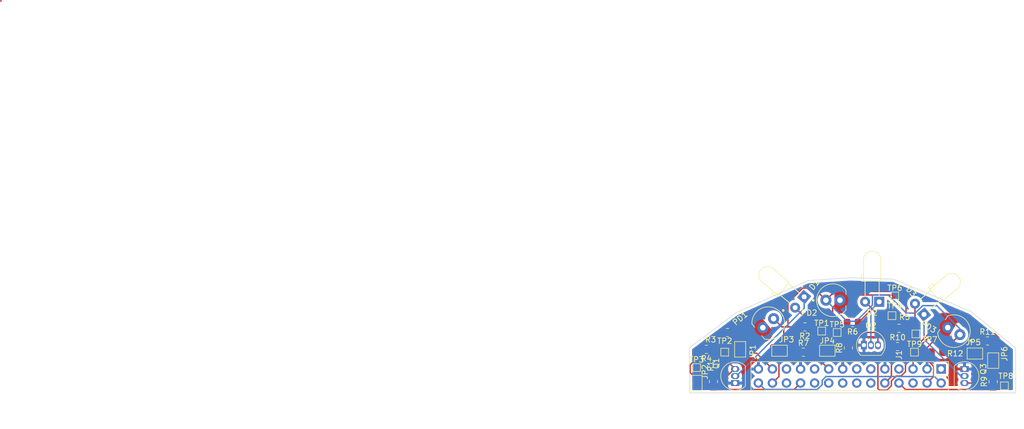
<source format=kicad_pcb>
(kicad_pcb (version 20211014) (generator pcbnew)
  (title_block (title "Sensor circuit  ") (date "2024-03-23") (comment 3 "LTSONK001") (comment 4 "Author: Onkgopotse Letsoalo"))
  (layers (0 "F.Cu" signal) (31 "B.Cu" signal) (34 "B.Paste" user) (35 "F.Paste" user) (36 "B.SilkS" user "B.Silkscreen") (37 "F.SilkS" user "F.Silkscreen") (38 "B.Mask" user) (39 "F.Mask" user) (44 "Edge.Cuts" user))
  (net 0 "")
  (net 1 "BATT")
  (net 2 "GND")
  (net 3 "Net-(Q1-Pad3)")
  (net 4 "/PE8")
  (net 6 "+3V3")
  (net 7 "/PA3")
  (net 9 "/PA4")
  (net 10 "/PE15")
  (net 11 "/PE14")
  (net 12 "/PA5")
  (net 13 "/PE13")
  (net 14 "/PA6")
  (net 15 "/PE12")
  (net 16 "/PE11")
  (net 17 "/PA7")
  (net 18 "/PE10")
  (net 19 "/PC4")
  (net 20 "/PE9")
  (net 21 "/PC5")
  (net 23 "/AB0")
  (net 24 "Net-(JP1-Pad2)")
  (net 25 "Net-(JP2-Pad2)")
  (net 26 "Net-(JP3-Pad2)")
  (net 27 "Net-(JP4-Pad2)")
  (net 28 "Net-(JP5-Pad2)")
  (net 29 "Net-(JP6-Pad2)")
  (net 30 "Net-(Q2-Pad3)")
  (net 31 "Net-(D1-Pad2)")
  (net 32 "Net-(D1-Pad1)")
  (net 33 "Net-(D2-Pad2)")
  (net 34 "Net-(D2-Pad1)")
  (net 35 "Net-(D3-Pad1)")
  (net 36 "Net-(D3-Pad2)")
  (net 37 "Net-(Q3-Pad3)")
  (footprint "Package_TO_SOT_THT:TO-92_Inline" (layer "F.Cu") (at 155.956 93.218)
    (fp_text reference "Q2" (at 1.27 -3.56) (layer "F.SilkS"))
    (fp_text value "MMBT2222A ")
    (pad "1" thru_hole rect (at 0 0) (size 1.05 1.5) (drill 0.75) (layers *.Cu *.Mask) (net 2 "GND"))
    (pad "2" thru_hole oval (at 1.27 0) (size 1.05 1.5) (drill 0.75) (layers *.Cu *.Mask) (net 34 "Net-(D2-Pad1)"))
    (pad "3" thru_hole oval (at 2.54 0) (size 1.05 1.5) (drill 0.75) (layers *.Cu *.Mask) (net 30 "Net-(Q2-Pad3)"))
  )
  (footprint "TestPoint:TestPoint_Pad_1.0x1.0mm" (layer "F.Cu") (at 130.81 94.488)
    (fp_text reference "TP2" (at 0 -2.032) (layer "F.SilkS"))
    (fp_text value "TestPoint")
    (pad "1" smd rect (at 0 0) (size 1 1) (layers "F.Cu" "F.Mask") (net 3 "Net-(Q1-Pad3)"))
  )
  (footprint "TestPoint:TestPoint_Pad_1.0x1.0mm" (layer "F.Cu") (at 161.544 84.328)
    (fp_text reference "TP6" (at 0 -1.448) (layer "F.SilkS"))
    (fp_text value "TestPoint")
    (pad "1" smd rect (at 0 0) (size 1 1) (layers "F.Cu" "F.Mask") (net 17 "/PA7"))
  )
  (footprint "Resistor_SMD:R_0805_2012Metric_Pad1.20x1.40mm_HandSolder" (layer "F.Cu") (at 179.324 99.822 90)
    (fp_text reference "R9" (at 0 -1.65 90) (layer "F.SilkS"))
    (fp_text value "100 ")
    (pad "1" smd roundrect (at -1 0 90) (size 1.2 1.4) (layers "F.Cu" "F.Paste" "F.Mask") (roundrect_rratio 0.2083333333) (net 10 "/PE15"))
    (pad "2" smd roundrect (at 1 0 90) (size 1.2 1.4) (layers "F.Cu" "F.Paste" "F.Mask") (roundrect_rratio 0.2083333333) (net 37 "Net-(Q3-Pad3)"))
  )
  (footprint "Resistor_SMD:R_0805_2012Metric_Pad1.20x1.40mm_HandSolder" (layer "F.Cu") (at 153.924 89.154 180)
    (fp_text reference "R6" (at 0 -1.65 180) (layer "F.SilkS"))
    (fp_text value "22")
    (pad "1" smd roundrect (at -1 0 180) (size 1.2 1.4) (layers "F.Cu" "F.Paste" "F.Mask") (roundrect_rratio 0.2083333333) (net 33 "Net-(D2-Pad2)"))
    (pad "2" smd roundrect (at 1 0 180) (size 1.2 1.4) (layers "F.Cu" "F.Paste" "F.Mask") (roundrect_rratio 0.2083333333) (net 1 "BATT"))
  )
  (footprint "Jumper:SolderJumper-2_P1.3mm_Open_TrianglePad1.0x1.5mm" (layer "F.Cu") (at 140.716 94.234)
    (fp_text reference "JP3" (at 1.27 -2.032) (layer "F.SilkS"))
    (fp_text value "SolderJumper_2_Open")
    (pad "1" smd custom (at -0.725 0) (size 0.3 0.3) (layers "F.Cu" "F.Mask") (net 17 "/PA7") (options (clearance outline) (anchor rect)) (primitives (gr_poly (pts (xy 1 0) (xy 0.5 0.75) (xy -0.5 0.75) (xy -0.5 -0.75) (xy 0.5 -0.75)) (width 0) (fill yes))))
    (pad "2" smd custom (at 0.725 0) (size 0.3 0.3) (layers "F.Cu" "F.Mask") (net 26 "Net-(JP3-Pad2)") (options (clearance outline) (anchor rect)) (primitives (gr_poly (pts (xy 0.5 0.75) (xy -0.65 0.75) (xy -0.15 0) (xy -0.65 -0.75) (xy 0.5 -0.75)) (width 0) (fill yes))))
  )
  (footprint "Resistor_SMD:R_0805_2012Metric_Pad1.20x1.40mm_HandSolder" (layer "F.Cu") (at 131.318 90.932 180)
    (fp_text reference "R3" (at 3.048 -1.27 180) (layer "F.SilkS"))
    (fp_text value "220k")
    (pad "1" smd roundrect (at -1 0 180) (size 1.2 1.4) (layers "F.Cu" "F.Paste" "F.Mask") (roundrect_rratio 0.2083333333) (net 24 "Net-(JP1-Pad2)"))
    (pad "2" smd roundrect (at 1 0 180) (size 1.2 1.4) (layers "F.Cu" "F.Paste" "F.Mask") (roundrect_rratio 0.2083333333) (net 2 "GND"))
  )
  (footprint "Package_TO_SOT_THT:TO-92_Inline" (layer "F.Cu") (at 132.694 100.076 90)
    (fp_text reference "Q1" (at 3.556 -3.408 90) (layer "F.SilkS"))
    (fp_text value "MMBT2222A ")
    (pad "1" thru_hole rect (at 0 0 90) (size 1.05 1.5) (drill 0.75) (layers *.Cu *.Mask) (net 2 "GND"))
    (pad "2" thru_hole oval (at 1.27 0 90) (size 1.05 1.5) (drill 0.75) (layers *.Cu *.Mask) (net 32 "Net-(D1-Pad1)"))
    (pad "3" thru_hole oval (at 2.54 0 90) (size 1.05 1.5) (drill 0.75) (layers *.Cu *.Mask) (net 3 "Net-(Q1-Pad3)"))
  )
  (footprint "SFH_213_FA:XDCR_SFH_213_FA" (layer "F.Cu") (at 172.212 90.678 150)
    (fp_text reference "PD3" (at 4.340468 -1.626089 150) (layer "F.SilkS"))
    (fp_text value "SFH213 FA")
    (fp_poly (pts (xy 0.27 -0.06) (xy 0.27 -1.79) (xy 0.325 -1.839) (xy 0.37 -1.876) (xy 0.416 -1.912) (xy 0.462 -1.948) (xy 0.51 -1.982) (xy 0.558 -2.014) (xy 0.608 -2.046) (xy 0.657 -2.076) (xy 0.708 -2.105) (xy 0.76 -2.133) (xy 0.812 -2.16) (xy 0.864 -2.185) (xy 0.918 -2.209) (xy 0.972 -2.231) (xy 1.026 -2.252) (xy 1.081 -2.272) (xy 1.137 -2.29) (xy 1.193 -2.307) (xy 1.249 -2.323) (xy 1.306 -2.337) (xy 1.363 -2.35) (xy 1.42 -2.361) (xy 1.478 -2.371) (xy 1.535 -2.38) (xy 1.593 -2.387) (xy 1.652 -2.392) (xy 1.71 -2.396) (xy 1.768 -2.399) (xy 1.827 -2.4) (xy 1.87 -2.4) (xy 1.895 -2.4) (xy 2.028 -2.394) (xy 2.152 -2.383) (xy 2.275 -2.364) (xy 2.398 -2.34) (xy 2.519 -2.309) (xy 2.638 -2.272) (xy 2.755 -2.229) (xy 2.869 -2.179) (xy 2.981 -2.124) (xy 3.09 -2.063) (xy 3.195 -1.997) (xy 3.297 -1.925) (xy 3.396 -1.848) (xy 3.49 -1.766) (xy 3.579 -1.68) (xy 3.664 -1.589) (xy 3.745 -1.493) (xy 3.82 -1.394) (xy 3.89 -1.29) (xy 3.954 -1.184) (xy 4.013 -1.074) (xy 4.066 -0.961) (xy 4.114 -0.846) (xy 4.155 -0.728) (xy 4.19 -0.608) (xy 4.219 -0.487) (xy 4.241 -0.364) (xy 4.257 -0.241) (xy 4.267 -0.116) (xy 4.27 0) (xy 4.267 0.116) (xy 4.257 0.241) (xy 4.241 0.364) (xy 4.219 0.487) (xy 4.19 0.608) (xy 4.155 0.728) (xy 4.114 0.846) (xy 4.066 0.961) (xy 4.013 1.074) (xy 3.954 1.184) (xy 3.89 1.29) (xy 3.82 1.394) (xy 3.745 1.493) (xy 3.664 1.589) (xy 3.579 1.68) (xy 3.49 1.766) (xy 3.396 1.848) (xy 3.297 1.925) (xy 3.195 1.997) (xy 3.09 2.063) (xy 2.981 2.124) (xy 2.869 2.179) (xy 2.755 2.229) (xy 2.638 2.272) (xy 2.519 2.309) (xy 2.398 2.34) (xy 2.275 2.364) (xy 2.152 2.383) (xy 2.028 2.394) (xy 1.895 2.4) (xy 1.795 2.4) (xy 1.87 2.4) (xy 1.827 2.4) (xy 1.768 2.399) (xy 1.71 2.396) (xy 1.652 2.392) (xy 1.593 2.387) (xy 1.535 2.38) (xy 1.478 2.371) (xy 1.42 2.361) (xy 1.363 2.35) (xy 1.306 2.337) (xy 1.249 2.323) (xy 1.193 2.307) (xy 1.137 2.29) (xy 1.081 2.272) (xy 1.026 2.252) (xy 0.972 2.231) (xy 0.918 2.209) (xy 0.864 2.185) (xy 0.812 2.16) (xy 0.76 2.133) (xy 0.708 2.105) (xy 0.657 2.076) (xy 0.608 2.046) (xy 0.558 2.014) (xy 0.51 1.982) (xy 0.462 1.948) (xy 0.416 1.912) (xy 0.37 1.876) (xy 0.325 1.839) (xy 0.27 1.79) (xy 0.27 -0.06)) (layer "F.Cu") (width 0.001) (fill solid))
    (pad "1" thru_hole circle locked (at -1.27 0 150) (size 2 2) (drill 1) (layers *.Cu) (net 1 "BATT"))
    (pad "2" thru_hole circle locked (at 1.27 0 150) (size 2 2) (drill 1) (layers *.Cu) (net 7 "/PA3"))
  )
  (footprint "Resistor_SMD:R_0805_2012Metric_Pad1.20x1.40mm_HandSolder" (layer "F.Cu") (at 162.306 90.17)
    (fp_text reference "R5" (at 1.016 -2.032) (layer "F.SilkS"))
    (fp_text value "100 ")
    (pad "1" smd roundrect (at -1 0) (size 1.2 1.4) (layers "F.Cu" "F.Paste" "F.Mask") (roundrect_rratio 0.2083333333) (net 11 "/PE14"))
    (pad "2" smd roundrect (at 1 0) (size 1.2 1.4) (layers "F.Cu" "F.Paste" "F.Mask") (roundrect_rratio 0.2083333333) (net 30 "Net-(Q2-Pad3)"))
  )
  (footprint "Resistor_SMD:R_0805_2012Metric_Pad1.20x1.40mm_HandSolder" (layer "F.Cu") (at 127.508 93.98 180)
    (fp_text reference "R4" (at 0 -1.65) (layer "F.SilkS"))
    (fp_text value "1.8k")
    (pad "1" smd roundrect (at -1 0 180) (size 1.2 1.4) (layers "F.Cu" "F.Paste" "F.Mask") (roundrect_rratio 0.2083333333) (net 25 "Net-(JP2-Pad2)"))
    (pad "2" smd roundrect (at 1 0 180) (size 1.2 1.4) (layers "F.Cu" "F.Paste" "F.Mask") (roundrect_rratio 0.2083333333) (net 2 "GND"))
  )
  (footprint "Resistor_SMD:R_0805_2012Metric_Pad1.20x1.40mm_HandSolder" (layer "F.Cu") (at 128.778 99.806 90)
    (fp_text reference "R1" (at 2.794 -0.508 90) (layer "F.SilkS"))
    (fp_text value "100 ")
    (pad "1" smd roundrect (at -1 0 90) (size 1.2 1.4) (layers "F.Cu" "F.Paste" "F.Mask") (roundrect_rratio 0.2083333333) (net 4 "/PE8"))
    (pad "2" smd roundrect (at 1 0 90) (size 1.2 1.4) (layers "F.Cu" "F.Paste" "F.Mask") (roundrect_rratio 0.2083333333) (net 3 "Net-(Q1-Pad3)"))
  )
  (footprint "Package_TO_SOT_THT:TO-92_Inline" (layer "F.Cu") (at 174.138 97.536 -90)
    (fp_text reference "Q3" (at 0 -3.408 90) (layer "F.SilkS"))
    (fp_text value "MMBT2222A ")
    (pad "1" thru_hole rect (at 0 0 270) (size 1.05 1.5) (drill 0.75) (layers *.Cu *.Mask) (net 2 "GND"))
    (pad "2" thru_hole oval (at 1.27 0 270) (size 1.05 1.5) (drill 0.75) (layers *.Cu *.Mask) (net 35 "Net-(D3-Pad1)"))
    (pad "3" thru_hole oval (at 2.54 0 270) (size 1.05 1.5) (drill 0.75) (layers *.Cu *.Mask) (net 37 "Net-(Q3-Pad3)"))
  )
  (footprint "TestPoint:TestPoint_Pad_1.0x1.0mm" (layer "F.Cu") (at 161.036 87.884)
    (fp_text reference "TP4" (at 0.508 -1.778) (layer "F.SilkS"))
    (fp_text value "TestPoint")
    (pad "1" smd rect (at 0 0) (size 1 1) (layers "F.Cu" "F.Mask") (net 33 "Net-(D2-Pad2)"))
  )
  (footprint "Resistor_SMD:R_0805_2012Metric_Pad1.20x1.40mm_HandSolder" (layer "F.Cu") (at 145.034 94.488)
    (fp_text reference "R7" (at 0 -1.65) (layer "F.SilkS"))
    (fp_text value "220k")
    (pad "1" smd roundrect (at -1 0) (size 1.2 1.4) (layers "F.Cu" "F.Paste" "F.Mask") (roundrect_rratio 0.2083333333) (net 26 "Net-(JP3-Pad2)"))
    (pad "2" smd roundrect (at 1 0) (size 1.2 1.4) (layers "F.Cu" "F.Paste" "F.Mask") (roundrect_rratio 0.2083333333) (net 2 "GND"))
  )
  (footprint "TestPoint:TestPoint_Pad_1.0x1.0mm" (layer "F.Cu") (at 151.13 90.932)
    (fp_text reference "TP5" (at 0 -1.448) (layer "F.SilkS"))
    (fp_text value "TestPoint")
    (pad "1" smd rect (at 0 0) (size 1 1) (layers "F.Cu" "F.Mask") (net 30 "Net-(Q2-Pad3)"))
  )
  (footprint "Resistor_SMD:R_0805_2012Metric_Pad1.20x1.40mm_HandSolder" (layer "F.Cu") (at 162.052 93.472)
    (fp_text reference "R10" (at 0 -1.65) (layer "F.SilkS"))
    (fp_text value "22")
    (pad "1" smd roundrect (at -1 0) (size 1.2 1.4) (layers "F.Cu" "F.Paste" "F.Mask") (roundrect_rratio 0.2083333333) (net 36 "Net-(D3-Pad2)"))
    (pad "2" smd roundrect (at 1 0) (size 1.2 1.4) (layers "F.Cu" "F.Paste" "F.Mask") (roundrect_rratio 0.2083333333) (net 1 "BATT"))
  )
  (footprint "Jumper:SolderJumper-2_P1.3mm_Open_TrianglePad1.0x1.5mm" (layer "F.Cu") (at 125.73 100.076 90)
    (fp_text reference "JP2" (at 2.032 1.524 90) (layer "F.SilkS"))
    (fp_text value "SolderJumper_2_Open")
    (pad "1" smd custom (at -0.725 0 90) (size 0.3 0.3) (layers "F.Cu" "F.Mask") (net 23 "/AB0") (options (clearance outline) (anchor rect)) (primitives (gr_poly (pts (xy 1 0) (xy 0.5 0.75) (xy -0.5 0.75) (xy -0.5 -0.75) (xy 0.5 -0.75)) (width 0) (fill yes))))
    (pad "2" smd custom (at 0.725 0 90) (size 0.3 0.3) (layers "F.Cu" "F.Mask") (net 25 "Net-(JP2-Pad2)") (options (clearance outline) (anchor rect)) (primitives (gr_poly (pts (xy 0.5 0.75) (xy -0.65 0.75) (xy -0.15 0) (xy -0.65 -0.75) (xy 0.5 -0.75)) (width 0) (fill yes))))
  )
  (footprint "Jumper:SolderJumper-2_P1.3mm_Open_TrianglePad1.0x1.5mm" (layer "F.Cu") (at 133.604 93.98 90)
    (fp_text reference "JP1" (at -0.508 2.286 90) (layer "F.SilkS"))
    (fp_text value "SolderJumper_2_Open")
    (pad "1" smd custom (at -0.725 0 90) (size 0.3 0.3) (layers "F.Cu" "F.Mask") (net 23 "/AB0") (options (clearance outline) (anchor rect)) (primitives (gr_poly (pts (xy 1 0) (xy 0.5 0.75) (xy -0.5 0.75) (xy -0.5 -0.75) (xy 0.5 -0.75)) (width 0) (fill yes))))
    (pad "2" smd custom (at 0.725 0 90) (size 0.3 0.3) (layers "F.Cu" "F.Mask") (net 24 "Net-(JP1-Pad2)") (options (clearance outline) (anchor rect)) (primitives (gr_poly (pts (xy 0.5 0.75) (xy -0.65 0.75) (xy -0.15 0) (xy -0.65 -0.75) (xy 0.5 -0.75)) (width 0) (fill yes))))
  )
  (footprint "SFH_213_FA:XDCR_SFH_213_FA" (layer "F.Cu") (at 150.368 85.09)
    (fp_text reference "PD2" (at -4.318 2.286) (layer "F.SilkS"))
    (fp_text value "SFH213 FA")
    (fp_poly (pts (xy 0.27 -0.06) (xy 0.27 -1.79) (xy 0.325 -1.839) (xy 0.37 -1.876) (xy 0.416 -1.912) (xy 0.462 -1.948) (xy 0.51 -1.982) (xy 0.558 -2.014) (xy 0.608 -2.046) (xy 0.657 -2.076) (xy 0.708 -2.105) (xy 0.76 -2.133) (xy 0.812 -2.16) (xy 0.864 -2.185) (xy 0.918 -2.209) (xy 0.972 -2.231) (xy 1.026 -2.252) (xy 1.081 -2.272) (xy 1.137 -2.29) (xy 1.193 -2.307) (xy 1.249 -2.323) (xy 1.306 -2.337) (xy 1.363 -2.35) (xy 1.42 -2.361) (xy 1.478 -2.371) (xy 1.535 -2.38) (xy 1.593 -2.387) (xy 1.652 -2.392) (xy 1.71 -2.396) (xy 1.768 -2.399) (xy 1.827 -2.4) (xy 1.87 -2.4) (xy 1.895 -2.4) (xy 2.028 -2.394) (xy 2.152 -2.383) (xy 2.275 -2.364) (xy 2.398 -2.34) (xy 2.519 -2.309) (xy 2.638 -2.272) (xy 2.755 -2.229) (xy 2.869 -2.179) (xy 2.981 -2.124) (xy 3.09 -2.063) (xy 3.195 -1.997) (xy 3.297 -1.925) (xy 3.396 -1.848) (xy 3.49 -1.766) (xy 3.579 -1.68) (xy 3.664 -1.589) (xy 3.745 -1.493) (xy 3.82 -1.394) (xy 3.89 -1.29) (xy 3.954 -1.184) (xy 4.013 -1.074) (xy 4.066 -0.961) (xy 4.114 -0.846) (xy 4.155 -0.728) (xy 4.19 -0.608) (xy 4.219 -0.487) (xy 4.241 -0.364) (xy 4.257 -0.241) (xy 4.267 -0.116) (xy 4.27 0) (xy 4.267 0.116) (xy 4.257 0.241) (xy 4.241 0.364) (xy 4.219 0.487) (xy 4.19 0.608) (xy 4.155 0.728) (xy 4.114 0.846) (xy 4.066 0.961) (xy 4.013 1.074) (xy 3.954 1.184) (xy 3.89 1.29) (xy 3.82 1.394) (xy 3.745 1.493) (xy 3.664 1.589) (xy 3.579 1.68) (xy 3.49 1.766) (xy 3.396 1.848) (xy 3.297 1.925) (xy 3.195 1.997) (xy 3.09 2.063) (xy 2.981 2.124) (xy 2.869 2.179) (xy 2.755 2.229) (xy 2.638 2.272) (xy 2.519 2.309) (xy 2.398 2.34) (xy 2.275 2.364) (xy 2.152 2.383) (xy 2.028 2.394) (xy 1.895 2.4) (xy 1.795 2.4) (xy 1.87 2.4) (xy 1.827 2.4) (xy 1.768 2.399) (xy 1.71 2.396) (xy 1.652 2.392) (xy 1.593 2.387) (xy 1.535 2.38) (xy 1.478 2.371) (xy 1.42 2.361) (xy 1.363 2.35) (xy 1.306 2.337) (xy 1.249 2.323) (xy 1.193 2.307) (xy 1.137 2.29) (xy 1.081 2.272) (xy 1.026 2.252) (xy 0.972 2.231) (xy 0.918 2.209) (xy 0.864 2.185) (xy 0.812 2.16) (xy 0.76 2.133) (xy 0.708 2.105) (xy 0.657 2.076) (xy 0.608 2.046) (xy 0.558 2.014) (xy 0.51 1.982) (xy 0.462 1.948) (xy 0.416 1.912) (xy 0.37 1.876) (xy 0.325 1.839) (xy 0.27 1.79) (xy 0.27 -0.06)) (layer "F.Cu") (width 0.001) (fill solid))
    (pad "1" thru_hole circle locked (at -1.27 0) (size 2 2) (drill 1) (layers *.Cu) (net 1 "BATT"))
    (pad "2" thru_hole circle locked (at 1.27 0) (size 2 2) (drill 1) (layers *.Cu) (net 17 "/PA7"))
  )
  (footprint "LED_THT:LED_D3.0mm_Horizontal_O3.81mm_Z2.0mm" (layer "F.Cu") (at 158.73 85.38 180)
    (fp_text reference "D2" (at 1.27 -1.96) (layer "F.SilkS"))
    (fp_text value "TSAL4400")
    (pad "1" thru_hole rect (at 0 0 180) (size 1.8 1.8) (drill 0.9) (layers *.Cu *.Mask) (net 34 "Net-(D2-Pad1)"))
    (pad "2" thru_hole circle (at 2.54 0 180) (size 1.8 1.8) (drill 0.9) (layers *.Cu *.Mask) (net 33 "Net-(D2-Pad2)"))
  )
  (footprint "Jumper:SolderJumper-2_P1.3mm_Open_TrianglePad1.0x1.5mm" (layer "F.Cu") (at 176.022 94.742)
    (fp_text reference "JP5" (at -0.291 -2.032) (layer "F.SilkS"))
    (fp_text value "SolderJumper_2_Open")
    (pad "1" smd custom (at -0.725 0) (size 0.3 0.3) (layers "F.Cu" "F.Mask") (net 7 "/PA3") (options (clearance outline) (anchor rect)) (primitives (gr_poly (pts (xy 1 0) (xy 0.5 0.75) (xy -0.5 0.75) (xy -0.5 -0.75) (xy 0.5 -0.75)) (width 0) (fill yes))))
    (pad "2" smd custom (at 0.725 0) (size 0.3 0.3) (layers "F.Cu" "F.Mask") (net 28 "Net-(JP5-Pad2)") (options (clearance outline) (anchor rect)) (primitives (gr_poly (pts (xy 0.5 0.75) (xy -0.65 0.75) (xy -0.15 0) (xy -0.65 -0.75) (xy 0.5 -0.75)) (width 0) (fill yes))))
  )
  (footprint "LED_THT:LED_D3.0mm_Horizontal_O3.81mm_Z2.0mm" (layer "F.Cu") (at 145.168267 84.481874 -130)
    (fp_text reference "D1" (at -2.82735 -0.013823 50) (layer "F.SilkS"))
    (fp_text value "TSAL4400")
    (pad "1" thru_hole rect (at 0 0 230) (size 1.8 1.8) (drill 0.9) (layers *.Cu *.Mask) (net 32 "Net-(D1-Pad1)"))
    (pad "2" thru_hole circle (at 2.54 0 230) (size 1.8 1.8) (drill 0.9) (layers *.Cu *.Mask) (net 31 "Net-(D1-Pad2)"))
  )
  (footprint "TestPoint:TestPoint_Pad_1.0x1.0mm" (layer "F.Cu") (at 125.73 97.282)
    (fp_text reference "TP3" (at 0 -1.448) (layer "F.SilkS"))
    (fp_text value "TestPoint")
    (pad "1" smd rect (at 0 0) (size 1 1) (layers "F.Cu" "F.Mask") (net 23 "/AB0"))
  )
  (footprint "TestPoint:TestPoint_Pad_1.0x1.0mm" (layer "F.Cu") (at 165.354 91.186)
    (fp_text reference "TP7" (at 2.54 1.016) (layer "F.SilkS"))
    (fp_text value "TestPoint")
    (pad "1" smd rect (at 0 0) (size 1 1) (layers "F.Cu" "F.Mask") (net 36 "Net-(D3-Pad2)"))
  )
  (footprint "TestPoint:TestPoint_Pad_1.0x1.0mm" (layer "F.Cu") (at 165.1 94.488)
    (fp_text reference "TP9" (at 0 -1.448) (layer "F.SilkS"))
    (fp_text value "TestPoint")
    (pad "1" smd rect (at 0 0) (size 1 1) (layers "F.Cu" "F.Mask") (net 7 "/PA3"))
  )
  (footprint "Resistor_SMD:R_0805_2012Metric_Pad1.20x1.40mm_HandSolder" (layer "F.Cu") (at 145.288 89.916 180)
    (fp_text reference "R2" (at 0 -1.65 180) (layer "F.SilkS"))
    (fp_text value "22")
    (pad "1" smd roundrect (at -1 0 180) (size 1.2 1.4) (layers "F.Cu" "F.Paste" "F.Mask") (roundrect_rratio 0.2083333333) (net 31 "Net-(D1-Pad2)"))
    (pad "2" smd roundrect (at 1 0 180) (size 1.2 1.4) (layers "F.Cu" "F.Paste" "F.Mask") (roundrect_rratio 0.2083333333) (net 1 "BATT"))
  )
  (footprint "Connector_PinHeader_2.54mm:PinHeader_2x14_P2.54mm_Vertical" (layer "F.Cu") (at 169.916 97.531 -90)
    (fp_text reference "J1" (at -2.535 7.61 90) (layer "F.SilkS"))
    (fp_text value "Conn_02x14_Odd_Even")
    (pad "1" thru_hole rect locked (at 0 0 270) (size 1.7 1.7) (drill 1) (layers *.Cu *.Mask))
    (pad "2" thru_hole oval locked (at 2.54 0 270) (size 1.7 1.7) (drill 1) (layers *.Cu *.Mask) (net 6 "+3V3"))
    (pad "3" thru_hole oval locked (at 0 2.54 270) (size 1.7 1.7) (drill 1) (layers *.Cu *.Mask) (net 2 "GND"))
    (pad "4" thru_hole oval locked (at 2.54 2.54 270) (size 1.7 1.7) (drill 1) (layers *.Cu *.Mask) (net 1 "BATT"))
    (pad "5" thru_hole oval locked (at 0 5.08 270) (size 1.7 1.7) (drill 1) (layers *.Cu *.Mask) (net 7 "/PA3"))
    (pad "6" thru_hole oval locked (at 2.54 5.08 270) (size 1.7 1.7) (drill 1) (layers *.Cu *.Mask))
    (pad "7" thru_hole oval locked (at 0 7.62 270) (size 1.7 1.7) (drill 1) (layers *.Cu *.Mask) (net 9 "/PA4"))
    (pad "8" thru_hole oval locked (at 2.54 7.62 270) (size 1.7 1.7) (drill 1) (layers *.Cu *.Mask) (net 10 "/PE15"))
    (pad "9" thru_hole oval locked (at 0 10.16 270) (size 1.7 1.7) (drill 1) (layers *.Cu *.Mask) (net 2 "GND"))
    (pad "10" thru_hole oval locked (at 2.54 10.16 270) (size 1.7 1.7) (drill 1) (layers *.Cu *.Mask) (net 11 "/PE14"))
    (pad "11" thru_hole oval locked (at 0 12.7 270) (size 1.7 1.7) (drill 1) (layers *.Cu *.Mask) (net 12 "/PA5"))
    (pad "12" thru_hole oval (at 2.54 12.7 270) (size 1.7 1.7) (drill 1) (layers *.Cu *.Mask) (net 13 "/PE13"))
    (pad "13" thru_hole oval locked (at 0 15.24 270) (size 1.7 1.7) (drill 1) (layers *.Cu *.Mask) (net 14 "/PA6"))
    (pad "14" thru_hole oval locked (at 2.54 15.24 270) (size 1.7 1.7) (drill 1) (layers *.Cu *.Mask) (net 15 "/PE12"))
    (pad "15" thru_hole oval locked (at 0 17.78 270) (size 1.7 1.7) (drill 1) (layers *.Cu *.Mask) (net 2 "GND"))
    (pad "16" thru_hole oval locked (at 2.54 17.78 270) (size 1.7 1.7) (drill 1) (layers *.Cu *.Mask) (net 16 "/PE11"))
    (pad "17" thru_hole oval locked (at 0 20.32 270) (size 1.7 1.7) (drill 1) (layers *.Cu *.Mask) (net 17 "/PA7"))
    (pad "18" thru_hole oval locked (at 2.54 20.32 270) (size 1.7 1.7) (drill 1) (layers *.Cu *.Mask) (net 18 "/PE10"))
    (pad "19" thru_hole oval locked (at 0 22.86 270) (size 1.7 1.7) (drill 1) (layers *.Cu *.Mask) (net 19 "/PC4"))
    (pad "20" thru_hole oval locked (at 2.54 22.86 270) (size 1.7 1.7) (drill 1) (layers *.Cu *.Mask) (net 20 "/PE9"))
    (pad "21" thru_hole oval locked (at 0 25.4 270) (size 1.7 1.7) (drill 1) (layers *.Cu *.Mask) (net 2 "GND"))
    (pad "22" thru_hole oval locked (at 2.54 25.4 270) (size 1.7 1.7) (drill 1) (layers *.Cu *.Mask) (net 4 "/PE8"))
    (pad "23" thru_hole oval locked (at 0 27.94 270) (size 1.7 1.7) (drill 1) (layers *.Cu *.Mask) (net 21 "/PC5"))
    (pad "24" thru_hole oval locked (at 2.54 27.94 270) (size 1.7 1.7) (drill 1) (layers *.Cu *.Mask))
    (pad "25" thru_hole oval locked (at 0 30.48 270) (size 1.7 1.7) (drill 1) (layers *.Cu *.Mask) (net 23 "/AB0"))
    (pad "26" thru_hole oval locked (at 2.54 30.48 270) (size 1.7 1.7) (drill 1) (layers *.Cu *.Mask) (net 1 "BATT"))
    (pad "27" thru_hole oval locked (at 0 33.02 270) (size 1.7 1.7) (drill 1) (layers *.Cu *.Mask) (net 2 "GND"))
    (pad "28" thru_hole oval locked (at 2.54 33.02 270) (size 1.7 1.7) (drill 1) (layers *.Cu *.Mask) (net 6 "+3V3"))
  )
  (footprint "Resistor_SMD:R_0805_2012Metric_Pad1.20x1.40mm_HandSolder" (layer "F.Cu") (at 169.164 94.488 180)
    (fp_text reference "R12" (at -3.302 -0.254 180) (layer "F.SilkS"))
    (fp_text value "1.8k")
    (pad "1" smd roundrect (at -1 0 180) (size 1.2 1.4) (layers "F.Cu" "F.Paste" "F.Mask") (roundrect_rratio 0.2083333333) (net 29 "Net-(JP6-Pad2)"))
    (pad "2" smd roundrect (at 1 0 180) (size 1.2 1.4) (layers "F.Cu" "F.Paste" "F.Mask") (roundrect_rratio 0.2083333333) (net 2 "GND"))
  )
  (footprint "Resistor_SMD:R_0805_2012Metric_Pad1.20x1.40mm_HandSolder" (layer "F.Cu") (at 153.162 93.726 90)
    (fp_text reference "R8" (at 0 -1.65 90) (layer "F.SilkS"))
    (fp_text value "1.8k")
    (pad "1" smd roundrect (at -1 0 90) (size 1.2 1.4) (layers "F.Cu" "F.Paste" "F.Mask") (roundrect_rratio 0.2083333333) (net 27 "Net-(JP4-Pad2)"))
    (pad "2" smd roundrect (at 1 0 90) (size 1.2 1.4) (layers "F.Cu" "F.Paste" "F.Mask") (roundrect_rratio 0.2083333333) (net 2 "GND"))
  )
  (footprint "SFH_213_FA:XDCR_SFH_213_FA" (layer "F.Cu") (at 138.673929 89.244189 -140)
    (fp_text reference "PD1" (at 3.336014 3.911702 -140) (layer "F.SilkS"))
    (fp_text value "SFH213 FA")
    (fp_poly (pts (xy 0.27 -0.06) (xy 0.27 -1.79) (xy 0.325 -1.839) (xy 0.37 -1.876) (xy 0.416 -1.912) (xy 0.462 -1.948) (xy 0.51 -1.982) (xy 0.558 -2.014) (xy 0.608 -2.046) (xy 0.657 -2.076) (xy 0.708 -2.105) (xy 0.76 -2.133) (xy 0.812 -2.16) (xy 0.864 -2.185) (xy 0.918 -2.209) (xy 0.972 -2.231) (xy 1.026 -2.252) (xy 1.081 -2.272) (xy 1.137 -2.29) (xy 1.193 -2.307) (xy 1.249 -2.323) (xy 1.306 -2.337) (xy 1.363 -2.35) (xy 1.42 -2.361) (xy 1.478 -2.371) (xy 1.535 -2.38) (xy 1.593 -2.387) (xy 1.652 -2.392) (xy 1.71 -2.396) (xy 1.768 -2.399) (xy 1.827 -2.4) (xy 1.87 -2.4) (xy 1.895 -2.4) (xy 2.028 -2.394) (xy 2.152 -2.383) (xy 2.275 -2.364) (xy 2.398 -2.34) (xy 2.519 -2.309) (xy 2.638 -2.272) (xy 2.755 -2.229) (xy 2.869 -2.179) (xy 2.981 -2.124) (xy 3.09 -2.063) (xy 3.195 -1.997) (xy 3.297 -1.925) (xy 3.396 -1.848) (xy 3.49 -1.766) (xy 3.579 -1.68) (xy 3.664 -1.589) (xy 3.745 -1.493) (xy 3.82 -1.394) (xy 3.89 -1.29) (xy 3.954 -1.184) (xy 4.013 -1.074) (xy 4.066 -0.961) (xy 4.114 -0.846) (xy 4.155 -0.728) (xy 4.19 -0.608) (xy 4.219 -0.487) (xy 4.241 -0.364) (xy 4.257 -0.241) (xy 4.267 -0.116) (xy 4.27 0) (xy 4.267 0.116) (xy 4.257 0.241) (xy 4.241 0.364) (xy 4.219 0.487) (xy 4.19 0.608) (xy 4.155 0.728) (xy 4.114 0.846) (xy 4.066 0.961) (xy 4.013 1.074) (xy 3.954 1.184) (xy 3.89 1.29) (xy 3.82 1.394) (xy 3.745 1.493) (xy 3.664 1.589) (xy 3.579 1.68) (xy 3.49 1.766) (xy 3.396 1.848) (xy 3.297 1.925) (xy 3.195 1.997) (xy 3.09 2.063) (xy 2.981 2.124) (xy 2.869 2.179) (xy 2.755 2.229) (xy 2.638 2.272) (xy 2.519 2.309) (xy 2.398 2.34) (xy 2.275 2.364) (xy 2.152 2.383) (xy 2.028 2.394) (xy 1.895 2.4) (xy 1.795 2.4) (xy 1.87 2.4) (xy 1.827 2.4) (xy 1.768 2.399) (xy 1.71 2.396) (xy 1.652 2.392) (xy 1.593 2.387) (xy 1.535 2.38) (xy 1.478 2.371) (xy 1.42 2.361) (xy 1.363 2.35) (xy 1.306 2.337) (xy 1.249 2.323) (xy 1.193 2.307) (xy 1.137 2.29) (xy 1.081 2.272) (xy 1.026 2.252) (xy 0.972 2.231) (xy 0.918 2.209) (xy 0.864 2.185) (xy 0.812 2.16) (xy 0.76 2.133) (xy 0.708 2.105) (xy 0.657 2.076) (xy 0.608 2.046) (xy 0.558 2.014) (xy 0.51 1.982) (xy 0.462 1.948) (xy 0.416 1.912) (xy 0.37 1.876) (xy 0.325 1.839) (xy 0.27 1.79) (xy 0.27 -0.06)) (layer "F.Cu") (width 0.001) (fill solid))
    (pad "1" thru_hole circle locked (at -1.27 0 220) (size 2 2) (drill 1) (layers *.Cu) (net 1 "BATT"))
    (pad "2" thru_hole circle locked (at 1.27 0 220) (size 2 2) (drill 1) (layers *.Cu) (net 23 "/AB0"))
  )
  (footprint "TestPoint:TestPoint_Pad_1.0x1.0mm" (layer "F.Cu") (at 181.356 100.584)
    (fp_text reference "TP8" (at 0.254 -1.778) (layer "F.SilkS"))
    (fp_text value "TestPoint")
    (pad "1" smd rect (at 0 0) (size 1 1) (layers "F.Cu" "F.Mask") (net 37 "Net-(Q3-Pad3)"))
  )
  (footprint "LED_THT:LED_D3.0mm_Horizontal_O3.81mm_Z2.0mm" (layer "F.Cu") (at 166.826703 87.666985 130)
    (fp_text reference "D3" (at 4.631382 0.860534 130) (layer "F.SilkS"))
    (fp_text value "TSAL4400")
    (pad "1" thru_hole rect (at 0 0 130) (size 1.8 1.8) (drill 0.9) (layers *.Cu *.Mask) (net 35 "Net-(D3-Pad1)"))
    (pad "2" thru_hole circle (at 2.54 0 130) (size 1.8 1.8) (drill 0.9) (layers *.Cu *.Mask) (net 36 "Net-(D3-Pad2)"))
  )
  (footprint "TestPoint:TestPoint_Pad_1.0x1.0mm" (layer "F.Cu") (at 148.336 90.678)
    (fp_text reference "TP1" (at 0 -1.448) (layer "F.SilkS"))
    (fp_text value "TestPoint")
    (pad "1" smd rect (at 0 0) (size 1 1) (layers "F.Cu" "F.Mask") (net 31 "Net-(D1-Pad2)"))
  )
  (footprint "Jumper:SolderJumper-2_P1.3mm_Open_TrianglePad1.0x1.5mm" (layer "F.Cu") (at 149.352 94.234)
    (fp_text reference "JP4" (at 0 -1.8) (layer "F.SilkS"))
    (fp_text value "SolderJumper_2_Open")
    (pad "1" smd custom (at -0.725 0) (size 0.3 0.3) (layers "F.Cu" "F.Mask") (net 17 "/PA7") (options (clearance outline) (anchor rect)) (primitives (gr_poly (pts (xy 1 0) (xy 0.5 0.75) (xy -0.5 0.75) (xy -0.5 -0.75) (xy 0.5 -0.75)) (width 0) (fill yes))))
    (pad "2" smd custom (at 0.725 0) (size 0.3 0.3) (layers "F.Cu" "F.Mask") (net 27 "Net-(JP4-Pad2)") (options (clearance outline) (anchor rect)) (primitives (gr_poly (pts (xy 0.5 0.75) (xy -0.65 0.75) (xy -0.15 0) (xy -0.65 -0.75) (xy 0.5 -0.75)) (width 0) (fill yes))))
  )
  (footprint "Resistor_SMD:R_0805_2012Metric_Pad1.20x1.40mm_HandSolder" (layer "F.Cu") (at 178.308 92.456)
    (fp_text reference "R11" (at 0 -1.65) (layer "F.SilkS"))
    (fp_text value "220k")
    (pad "1" smd roundrect (at -1 0) (size 1.2 1.4) (layers "F.Cu" "F.Paste" "F.Mask") (roundrect_rratio 0.2083333333) (net 28 "Net-(JP5-Pad2)"))
    (pad "2" smd roundrect (at 1 0) (size 1.2 1.4) (layers "F.Cu" "F.Paste" "F.Mask") (roundrect_rratio 0.2083333333) (net 2 "GND"))
  )
  (footprint "Jumper:SolderJumper-2_P1.3mm_Open_TrianglePad1.0x1.5mm" (layer "F.Cu") (at 179.324 96.012 -90)
    (fp_text reference "JP6" (at -1.233 -2.032 90) (layer "F.SilkS"))
    (fp_text value "SolderJumper_2_Open")
    (pad "1" smd custom (at -0.725 0 270) (size 0.3 0.3) (layers "F.Cu" "F.Mask") (net 7 "/PA3") (options (clearance outline) (anchor rect)) (primitives (gr_poly (pts (xy 1 0) (xy 0.5 0.75) (xy -0.5 0.75) (xy -0.5 -0.75) (xy 0.5 -0.75)) (width 0) (fill yes))))
    (pad "2" smd custom (at 0.725 0 270) (size 0.3 0.3) (layers "F.Cu" "F.Mask") (net 29 "Net-(JP6-Pad2)") (options (clearance outline) (anchor rect)) (primitives (gr_poly (pts (xy 0.5 0.75) (xy -0.65 0.75) (xy -0.15 0) (xy -0.65 -0.75) (xy 0.5 -0.75)) (width 0) (fill yes))))
  )
  (gr_poly (pts (xy 161.29 81.28) (xy 175.26 87.122) (xy 183.388 93.726) (xy 183.388 101.854) (xy 124.46 101.854) (xy 124.43522 93.695024) (xy 132.842 87.376) (xy 145.796 81.534) (xy 153.416 81.026)) (layer "Edge.Cuts") (width 0.1) (fill none))
  (segment (start 0 30.988) (end 0.076677 30.911323) (width 0.25) (layer "F.Cu") (net 0))
  (segment (start 150.684511 83.503489) (end 162.243489 83.503489) (width 0.25) (layer "F.Cu") (net 1))
  (segment (start 167.222489 95.716479) (end 168.550511 97.044501) (width 0.25) (layer "F.Cu") (net 1))
  (segment (start 142.24 85.572321) (end 142.24 89.916) (width 0.25) (layer "F.Cu") (net 1))
  (segment (start 163.576 84.836) (end 163.576 88.827507) (width 0.25) (layer "F.Cu") (net 1))
  (segment (start 162.243489 83.503489) (end 163.576 84.836) (width 0.25) (layer "F.Cu") (net 1))
  (segment (start 167.222489 93.817018) (end 167.222489 95.716479) (width 0.25) (layer "F.Cu") (net 1))
  (segment (start 168.726507 92.313) (end 167.222489 93.817018) (width 0.25) (layer "F.Cu") (net 1))
  (segment (start 141.478 91.702342) (end 140.020863 93.15948) (width 0.25) (layer "F.Cu") (net 1))
  (segment (start 163.576 88.827507) (end 164.274141 89.525648) (width 0.25) (layer "F.Cu") (net 1))
  (segment (start 168.550511 98.896489) (end 167.376 100.071) (width 0.25) (layer "F.Cu") (net 1))
  (segment (start 172.311852 92.313) (end 168.726507 92.313) (width 0.25) (layer "F.Cu") (net 1))
  (segment (start 140.610511 98.896489) (end 139.436 100.071) (width 0.25) (layer "F.Cu") (net 1))
  (segment (start 139.646805 88.427849) (end 141.134956 89.916) (width 0.25) (layer "F.Cu") (net 1))
  (segment (start 139.16648 93.34958) (end 139.16648 95.11842) (width 0.25) (layer "F.Cu") (net 1))
  (segment (start 141.134956 89.916) (end 141.478 89.916) (width 0.25) (layer "F.Cu") (net 1))
  (segment (start 163.052 92.726) (end 163.052 93.472) (width 0.25) (layer "F.Cu") (net 1))
  (segment (start 141.478 89.916) (end 142.24 89.916) (width 0.25) (layer "F.Cu") (net 1))
  (segment (start 146.897405 82.889405) (end 144.922916 82.889405) (width 0.25) (layer "F.Cu") (net 1))
  (segment (start 144.288 89.9) (end 144.288 89.916) (width 0.25) (layer "F.Cu") (net 1))
  (segment (start 139.16648 95.11842) (end 140.610511 96.562451) (width 0.25) (layer "F.Cu") (net 1))
  (segment (start 149.098 85.09) (end 150.684511 83.503489) (width 0.25) (layer "F.Cu") (net 1))
  (segment (start 173.311852 91.313) (end 172.311852 92.313) (width 0.25) (layer "F.Cu") (net 1))
  (segment (start 168.550511 97.044501) (end 168.550511 98.896489) (width 0.25) (layer "F.Cu") (net 1))
  (segment (start 142.24 89.916) (end 144.288 89.916) (width 0.25) (layer "F.Cu") (net 1))
  (segment (start 164.274141 91.503859) (end 163.052 92.726) (width 0.25) (layer "F.Cu") (net 1))
  (segment (start 140.020863 93.15948) (end 139.35658 93.15948) (width 0.25) (layer "F.Cu") (net 1))
  (segment (start 139.35658 93.15948) (end 139.16648 93.34958) (width 0.25) (layer "F.Cu") (net 1))
  (segment (start 149.098 85.09) (end 146.897405 82.889405) (width 0.25) (layer "F.Cu") (net 1))
  (segment (start 140.610511 96.562451) (end 140.610511 98.896489) (width 0.25) (layer "F.Cu") (net 1))
  (segment (start 164.274141 89.525648) (end 164.274141 91.503859) (width 0.25) (layer "F.Cu") (net 1))
  (segment (start 144.922916 82.889405) (end 142.24 85.572321) (width 0.25) (layer "F.Cu") (net 1))
  (segment (start 141.478 89.916) (end 141.478 91.702342) (width 0.25) (layer "F.Cu") (net 1))
  (segment (start 152.654 88.646) (end 152.654 88.9) (width 0.25) (layer "B.Cu") (net 1))
  (segment (start 154.574283 88.9) (end 157.505489 85.968794) (width 0.25) (layer "B.Cu") (net 1))
  (segment (start 149.098 85.09) (end 152.654 88.646) (width 0.25) (layer "B.Cu") (net 1))
  (segment (start 169.132516 86.074516) (end 173.311852 90.253852) (width 0.25) (layer "B.Cu") (net 1))
  (segment (start 166.581352 86.074516) (end 169.132516 86.074516) (width 0.25) (layer "B.Cu") (net 1))
  (segment (start 163.628817 87.421634) (end 165.234234 87.421634) (width 0.25) (layer "B.Cu") (net 1))
  (segment (start 173.311852 90.253852) (end 173.311852 91.313) (width 0.25) (layer "B.Cu") (net 1))
  (segment (start 157.505489 84.155489) (end 160.362672 84.155489) (width 0.25) (layer "B.Cu") (net 1))
  (segment (start 160.362672 84.155489) (end 163.628817 87.421634) (width 0.25) (layer "B.Cu") (net 1))
  (segment (start 157.505489 85.968794) (end 157.505489 84.155489) (width 0.25) (layer "B.Cu") (net 1))
  (segment (start 152.654 88.9) (end 154.574283 88.9) (width 0.25) (layer "B.Cu") (net 1))
  (segment (start 165.234234 87.421634) (end 166.581352 86.074516) (width 0.25) (layer "B.Cu") (net 1))
  (segment (start 131.267598 98.806) (end 132.537598 97.536) (width 0.25) (layer "F.Cu") (net 3))
  (segment (start 130.81 94.488) (end 130.81 95.652) (width 0.25) (layer "F.Cu") (net 3))
  (segment (start 128.778 98.806) (end 131.267598 98.806) (width 0.25) (layer "F.Cu") (net 3))
  (segment (start 130.81 95.652) (end 132.694 97.536) (width 0.25) (layer "F.Cu") (net 3))
  (segment (start 132.537598 97.536) (end 132.694 97.536) (width 0.25) (layer "F.Cu") (net 3))
  (segment (start 129.217511 101.245511) (end 143.341489 101.245511) (width 0.25) (layer "F.Cu") (net 4))
  (segment (start 143.341489 101.245511) (end 144.516 100.071) (width 0.25) (layer "F.Cu") (net 4))
  (segment (start 128.778 100.806) (end 129.217511 101.245511) (width 0.25) (layer "F.Cu") (net 4))
  (segment (start 147.542499 101.245511) (end 148.421489 100.366521) (width 0.25) (layer "B.Cu") (net 6))
  (segment (start 149.109501 98.896489) (end 168.741489 98.896489) (width 0.25) (layer "B.Cu") (net 6))
  (segment (start 148.421489 100.366521) (end 148.421489 99.584501) (width 0.25) (layer "B.Cu") (net 6))
  (segment (start 168.741489 98.896489) (end 169.916 100.071) (width 0.25) (layer "B.Cu") (net 6))
  (segment (start 136.896 100.071) (end 138.070511 101.245511) (width 0.25) (layer "B.Cu") (net 6))
  (segment (start 138.070511 101.245511) (end 147.542499 101.245511) (width 0.25) (layer "B.Cu") (net 6))
  (segment (start 148.421489 99.584501) (end 149.109501 98.896489) (width 0.25) (layer "B.Cu") (net 6))
  (segment (start 179.650493 91.186) (end 180.34 91.875507) (width 0.25) (layer "F.Cu") (net 7))
  (segment (start 172.112148 89.043) (end 175.507493 89.043) (width 0.25) (layer "F.Cu") (net 7))
  (segment (start 180.34 94.271) (end 179.324 95.287) (width 0.25) (layer "F.Cu") (net 7))
  (segment (start 175.297 92.854507) (end 176.965507 91.186) (width 0.25) (layer "F.Cu") (net 7))
  (segment (start 180.34 91.875507) (end 180.34 94.271) (width 0.25) (layer "F.Cu") (net 7))
  (segment (start 168.795 90.043) (end 165.1 93.738) (width 0.25) (layer "F.Cu") (net 7))
  (segment (start 171.112148 90.043) (end 168.795 90.043) (width 0.25) (layer "F.Cu") (net 7))
  (segment (start 175.297 89.253493) (end 175.297 94.742) (width 0.25) (layer "F.Cu") (net 7))
  (segment (start 164.836 94.679507) (end 164.836 97.531) (width 0.25) (layer "F.Cu") (net 7))
  (segment (start 175.507493 89.043) (end 175.297 89.253493) (width 0.25) (layer "F.Cu") (net 7))
  (segment (start 171.112148 90.043) (end 169.472507 90.043) (width 0.25) (layer "F.Cu") (net 7))
  (segment (start 171.112148 90.043) (end 172.112148 89.043) (width 0.25) (layer "F.Cu") (net 7))
  (segment (start 169.472507 90.043) (end 164.836 94.679507) (width 0.25) (layer "F.Cu") (net 7))
  (segment (start 176.965507 91.186) (end 179.650493 91.186) (width 0.25) (layer "F.Cu") (net 7))
  (segment (start 175.297 94.742) (end 175.297 92.854507) (width 0.25) (layer "F.Cu") (net 7))
  (segment (start 165.1 93.738) (end 165.1 94.488) (width 0.25) (layer "F.Cu") (net 7))
  (segment (start 179.324 100.822) (end 178.900489 101.245511) (width 0.25) (layer "F.Cu") (net 10))
  (segment (start 163.470511 101.245511) (end 162.296 100.071) (width 0.25) (layer "F.Cu") (net 10))
  (segment (start 178.900489 101.245511) (end 163.470511 101.245511) (width 0.25) (layer "F.Cu") (net 10))
  (segment (start 160.930511 98.896489) (end 159.756 100.071) (width 0.25) (layer "F.Cu") (net 11))
  (segment (start 160.930511 96.371489) (end 160.930511 98.896489) (width 0.25) (layer "F.Cu") (net 11))
  (segment (start 161.306 90.17) (end 161.97652 90.84052) (width 0.25) (layer "F.Cu") (net 11))
  (segment (start 161.97652 90.84052) (end 161.97652 95.32548) (width 0.25) (layer "F.Cu") (net 11))
  (segment (start 161.97652 95.32548) (end 160.930511 96.371489) (width 0.25) (layer "F.Cu") (net 11))
  (segment (start 151.638 85.09) (end 150.305489 86.422511) (width 0.25) (layer "F.Cu") (net 17))
  (segment (start 148.627 96.562) (end 148.627 94.234) (width 0.25) (layer "F.Cu") (net 17))
  (segment (start 150.305489 86.422511) (end 150.305489 91.756511) (width 0.25) (layer "F.Cu") (net 17))
  (segment (start 148.627 93.435) (end 148.627 94.234) (width 0.25) (layer "F.Cu") (net 17))
  (segment (start 139.991 93.82506) (end 140.65658 93.15948) (width 0.25) (layer "F.Cu") (net 17))
  (segment (start 149.596 97.531) (end 148.627 96.562) (width 0.25) (layer "F.Cu") (net 17))
  (segment (start 152.572511 84.155489) (end 151.638 85.09) (width 0.25) (layer "F.Cu") (net 17))
  (segment (start 140.65658 93.15948) (end 147.55248 93.15948) (width 0.25) (layer "F.Cu") (net 17))
  (segment (start 139.991 94.234) (end 139.991 93.82506) (width 0.25) (layer "F.Cu") (net 17))
  (segment (start 147.55248 93.15948) (end 148.627 94.234) (width 0.25) (layer "F.Cu") (net 17))
  (segment (start 161.544 84.328) (end 161.371489 84.155489) (width 0.25) (layer "F.Cu") (net 17))
  (segment (start 150.305489 91.756511) (end 148.627 93.435) (width 0.25) (layer "F.Cu") (net 17))
  (segment (start 161.371489 84.155489) (end 152.572511 84.155489) (width 0.25) (layer "F.Cu") (net 17))
  (segment (start 129.43252 94.84948) (end 127 97.282) (width 0.25) (layer "F.Cu") (net 23))
  (segment (start 130.003031 93.663489) (end 129.43252 94.234) (width 0.25) (layer "F.Cu") (net 23))
  (segment (start 126.80452 98.71658) (end 126.80452 100.13542) (width 0.25) (layer "F.Cu") (net 23))
  (segment (start 126.13894 100.801) (end 125.73 100.801) (width 0.25) (layer "F.Cu") (net 23))
  (segment (start 132.676022 94.705) (end 131.634511 93.663489) (width 0.25) (layer "F.Cu") (net 23))
  (segment (start 136.61 94.705) (end 133.604 94.705) (width 0.25) (layer "F.Cu") (net 23))
  (segment (start 126.80452 100.13542) (end 126.13894 100.801) (width 0.25) (layer "F.Cu") (net 23))
  (segment (start 129.43252 94.234) (end 129.43252 94.84948) (width 0.25) (layer "F.Cu") (net 23))
  (segment (start 127 97.282) (end 125.73 97.282) (width 0.25) (layer "F.Cu") (net 23))
  (segment (start 134.470795 94.705) (end 133.604 94.705) (width 0.25) (layer "F.Cu") (net 23))
  (segment (start 133.604 94.705) (end 132.676022 94.705) (width 0.25) (layer "F.Cu") (net 23))
  (segment (start 125.222 97.536) (end 125.62394 97.536) (width 0.25) (layer "F.Cu") (net 23))
  (segment (start 137.701053 91.474742) (end 134.470795 94.705) (width 0.25) (layer "F.Cu") (net 23))
  (segment (start 139.436 97.531) (end 136.61 94.705) (width 0.25) (layer "F.Cu") (net 23))
  (segment (start 125.62394 97.536) (end 126.80452 98.71658) (width 0.25) (layer "F.Cu") (net 23))
  (segment (start 131.634511 93.663489) (end 130.003031 93.663489) (width 0.25) (layer "F.Cu") (net 23))
  (segment (start 137.701053 90.060529) (end 137.701053 91.474742) (width 0.25) (layer "F.Cu") (net 23))
  (segment (start 133.604 92.218) (end 132.318 90.932) (width 0.25) (layer "F.Cu") (net 24))
  (segment (start 133.604 93.255) (end 133.604 92.218) (width 0.25) (layer "F.Cu") (net 24))
  (segment (start 125.664794 96.457489) (end 124.905489 96.457489) (width 0.25) (layer "F.Cu") (net 25))
  (segment (start 128.142283 93.98) (end 125.664794 96.457489) (width 0.25) (layer "F.Cu") (net 25))
  (segment (start 124.575342 98.196342) (end 125.73 99.351) (width 0.25) (layer "F.Cu") (net 25))
  (segment (start 124.575342 96.787636) (end 124.575342 98.196342) (width 0.25) (layer "F.Cu") (net 25))
  (segment (start 124.905489 96.457489) (end 124.575342 96.787636) (width 0.25) (layer "F.Cu") (net 25))
  (segment (start 128.508 93.98) (end 128.142283 93.98) (width 0.25) (layer "F.Cu") (net 25))
  (segment (start 144.034 94.488) (end 141.478 94.488) (width 0.25) (layer "F.Cu") (net 26))
  (segment (start 141.441 94.451) (end 141.441 94.234) (width 0.25) (layer "F.Cu") (net 26))
  (segment (start 141.478 94.488) (end 141.441 94.451) (width 0.25) (layer "F.Cu") (net 26))
  (segment (start 153.162 94.726) (end 150.569 94.726) (width 0.25) (layer "F.Cu") (net 27))
  (segment (start 150.569 94.726) (end 150.077 94.234) (width 0.25) (layer "F.Cu") (net 27))
  (segment (start 177.308 92.456) (end 177.308 94.181) (width 0.25) (layer "F.Cu") (net 28))
  (segment (start 177.308 94.181) (end 176.747 94.742) (width 0.25) (layer "F.Cu") (net 28))
  (segment (start 176.856493 94.742) (end 176.62152 94.742) (width 0.25) (layer "F.Cu") (net 28))
  (segment (start 173.33406 94.488) (end 175.58306 96.737) (width 0.25) (layer "F.Cu") (net 29))
  (segment (start 175.58306 96.737) (end 179.324 96.737) (width 0.25) (layer "F.Cu") (net 29))
  (segment (start 170.164 94.488) (end 173.33406 94.488) (width 0.25) (layer "F.Cu") (net 29))
  (segment (start 163.306 90.17) (end 162.918493 90.17) (width 0.25) (layer "F.Cu") (net 30))
  (segment (start 162.918493 90.17) (end 161.893973 89.14548) (width 0.25) (layer "F.Cu") (net 30))
  (segment (start 160.718027 89.14548) (end 158.496 91.367507) (width 0.25) (layer "F.Cu") (net 30))
  (segment (start 161.893973 89.14548) (end 160.718027 89.14548) (width 0.25) (layer "F.Cu") (net 30))
  (segment (start 158.496 91.367507) (end 158.496 93.218) (width 0.25) (layer "F.Cu") (net 30))
  (segment (start 151.13 90.932) (end 158.060493 90.932) (width 0.25) (layer "F.Cu") (net 30))
  (segment (start 158.060493 90.932) (end 158.496 91.367507) (width 0.25) (layer "F.Cu") (net 30))
  (segment (start 147.574 89.916) (end 148.336 90.678) (width 0.25) (layer "F.Cu") (net 31))
  (segment (start 146.288 89.180041) (end 143.535586 86.427627) (width 0.25) (layer "F.Cu") (net 31))
  (segment (start 146.288 89.916) (end 146.288 89.180041) (width 0.25) (layer "F.Cu") (net 31))
  (segment (start 146.288 89.916) (end 147.574 89.916) (width 0.25) (layer "F.Cu") (net 31))
  (segment (start 132.694 98.806) (end 132.919 98.806) (width 0.25) (layer "B.Cu") (net 32))
  (segment (start 132.919 98.806) (end 145.168267 86.556733) (width 0.25) (layer "B.Cu") (net 32))
  (segment (start 145.168267 86.556733) (end 145.168267 84.481874) (width 0.25) (layer "B.Cu") (net 32))
  (segment (start 161.036 87.884) (end 158.694 87.884) (width 0.25) (layer "F.Cu") (net 33))
  (segment (start 158.694 87.884) (end 157.452 86.642) (width 0.25) (layer "F.Cu") (net 33))
  (segment (start 157.452 86.642) (end 156.19 85.38) (width 0.25) (layer "F.Cu") (net 33))
  (segment (start 154.94 89.154) (end 157.452 86.642) (width 0.25) (layer "F.Cu") (net 33))
  (segment (start 154.924 89.154) (end 154.94 89.154) (width 0.25) (layer "F.Cu") (net 33))
  (segment (start 158.73 85.38) (end 157.226 86.884) (width 0.25) (layer "B.Cu") (net 34))
  (segment (start 157.226 86.884) (end 157.226 93.218) (width 0.25) (layer "B.Cu") (net 34))
  (segment (start 166.826703 92.148725) (end 166.826703 87.666985) (width 0.25) (layer "B.Cu") (net 35))
  (segment (start 173.483978 98.806) (end 166.826703 92.148725) (width 0.25) (layer "B.Cu") (net 35))
  (segment (start 174.138 98.806) (end 173.483978 98.806) (width 0.25) (layer "B.Cu") (net 35))
  (segment (start 165.194022 91.026022) (end 165.354 91.186) (width 0.25) (layer "F.Cu") (net 36))
  (segment (start 164.09252 94.98748) (end 163.470511 95.609489) (width 0.25) (layer "F.Cu") (net 36))
  (segment (start 162.68201 98.806) (end 161.798 98.806) (width 0.25) (layer "F.Cu") (net 36))
  (segment (start 165.194022 85.721232) (end 165.194022 91.026022) (width 0.25) (layer "F.Cu") (net 36))
  (segment (start 158.75 101.346) (end 158.496 101.092) (width 0.25) (layer "F.Cu") (net 36))
  (segment (start 160.930511 100.557499) (end 160.14201 101.346) (width 0.25) (layer "F.Cu") (net 36))
  (segment (start 163.470511 95.609489) (end 163.470511 98.017499) (width 0.25) (layer "F.Cu") (net 36))
  (segment (start 164.09252 92.44748) (end 164.09252 94.98748) (width 0.25) (layer "F.Cu") (net 36))
  (segment (start 158.496 96.028) (end 161.052 93.472) (width 0.25) (layer "F.Cu") (net 36))
  (segment (start 160.930511 99.673489) (end 160.930511 100.557499) (width 0.25) (layer "F.Cu") (net 36))
  (segment (start 163.470511 98.017499) (end 162.68201 98.806) (width 0.25) (layer "F.Cu") (net 36))
  (segment (start 158.496 101.092) (end 158.496 96.028) (width 0.25) (layer "F.Cu") (net 36))
  (segment (start 161.798 98.806) (end 160.930511 99.673489) (width 0.25) (layer "F.Cu") (net 36))
  (segment (start 165.354 91.186) (end 164.09252 92.44748) (width 0.25) (layer "F.Cu") (net 36))
  (segment (start 160.14201 101.346) (end 158.75 101.346) (width 0.25) (layer "F.Cu") (net 36))
  (segment (start 179.324 98.822) (end 179.594 98.822) (width 0.25) (layer "F.Cu") (net 37))
  (segment (start 178.07 100.076) (end 174.138 100.076) (width 0.25) (layer "F.Cu") (net 37))
  (segment (start 179.324 98.822) (end 178.07 100.076) (width 0.25) (layer "F.Cu") (net 37))
  (segment (start 179.594 98.822) (end 181.356 100.584) (width 0.25) (layer "F.Cu") (net 37))
  (zone (net 2) (net_name "GND") (layer "F.Cu") (connect_pads (clearance 0.508)) (min_thickness 0.254) (fill yes (thermal_gap 0.508) (thermal_bridge_width 0.508))
    (polygon (pts (xy 161.29 81.28) (xy 175.26 87.122) (xy 183.388 93.726) (xy 183.388 101.854) (xy 124.46 101.854) (xy 124.46 93.726) (xy 132.842 87.376) (xy 145.796 81.534) (xy 153.416 81.026)))
  )
  (zone (net 2) (net_name "GND") (layer "B.Cu") (connect_pads (clearance 0.508)) (min_thickness 0.254) (fill yes (thermal_gap 0.508) (thermal_bridge_width 0.508))
    (polygon (pts (xy 161.29 81.28) (xy 175.26 87.122) (xy 183.388 93.726) (xy 183.388 101.854) (xy 124.46 101.854) (xy 124.46 93.726) (xy 132.842 87.376) (xy 145.796 81.534) (xy 153.416 81.026)))
  )
)
</source>
